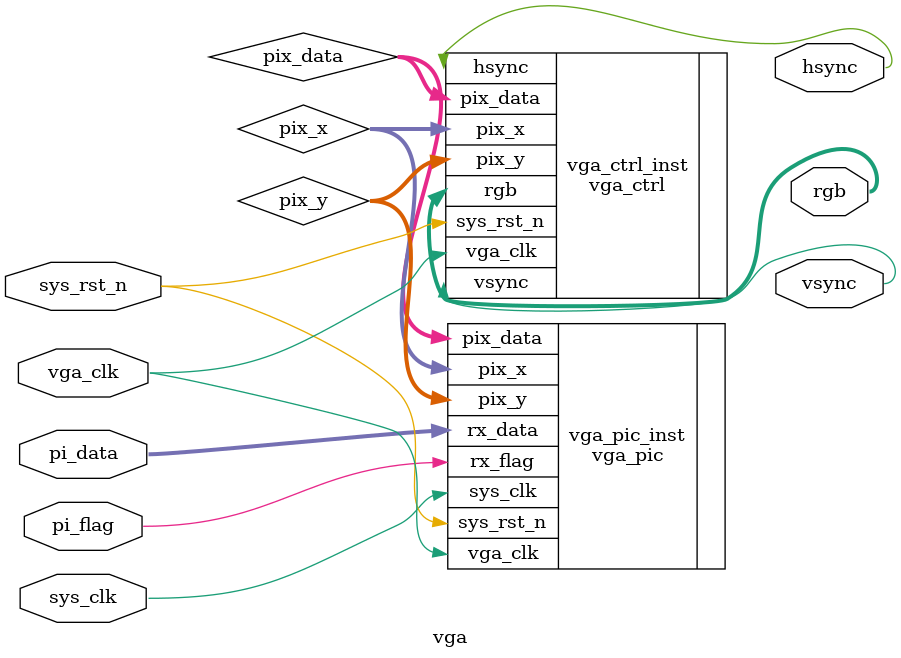
<source format=v>
module vga
(
	input	wire			sys_clk				,
	input	wire			vga_clk				,
	input	wire			sys_rst_n			,
	input	wire	[7:0]	pi_data				,
	input	wire			pi_flag				,

	output	wire	[7:0]	rgb					,
	output	wire			hsync				,
	output	wire			vsync	
);
wire	[9:0]	pix_x;
wire	[9:0]	pix_y;
wire	[7:0]	pix_data;

vga_ctrl vga_ctrl_inst
(
	.vga_clk	(vga_clk	),
	.sys_rst_n	(sys_rst_n	),
	.pix_data	(pix_data	),

	.rgb		(rgb		),
	.hsync		(hsync		),
	.vsync		(vsync		),
	.pix_x		(pix_x		),
	.pix_y      (pix_y		)
);

vga_pic vga_pic_inst
(
	.vga_clk	(vga_clk	),
	.sys_clk	(sys_clk	),
	.sys_rst_n	(sys_rst_n	),
	.pix_x		(pix_x		),
	.pix_y		(pix_y		),
	.rx_data	(pi_data	),
	.rx_flag	(pi_flag	),

	.pix_data   (pix_data	)
);


endmodule
</source>
